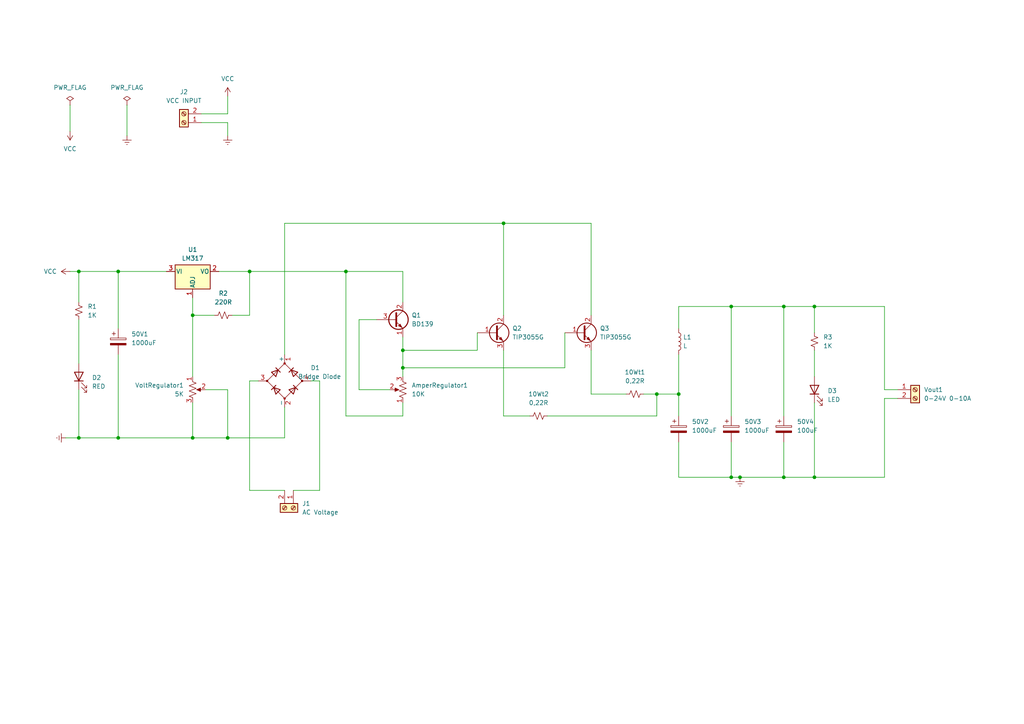
<source format=kicad_sch>
(kicad_sch (version 20230121) (generator eeschema)
  (paper "A4")
  (title_block (title "0-10A 0-24V Constant Output Module ") (date "10.09.2023") (rev "1.0") (company "by Muxtar_Safarov"))
  (lib_symbols
    (symbol "Connector:Screw_Terminal_01x02" (pin_names (offset 1.016) hide)
      (property "Reference" "J" (at 0 2.54 0))
      (property "Value" "Screw_Terminal_01x02" (at 0 -5.08 0))
      (symbol "Screw_Terminal_01x02_1_1"
        (rectangle (start -1.27 1.27) (end 1.27 -3.81) (stroke (width 0.254)) (fill (type background)))
        (circle (center 0 -2.54) (radius 0.635) (stroke (width 0.1524)))
        (polyline (pts (xy -0.5334 -2.2098) (xy 0.3302 -3.048)) (stroke (width 0.1524)))
        (polyline (pts (xy -0.5334 0.3302) (xy 0.3302 -0.508)) (stroke (width 0.1524)))
        (polyline (pts (xy -0.3556 -2.032) (xy 0.508 -2.8702)) (stroke (width 0.1524)))
        (polyline (pts (xy -0.3556 0.508) (xy 0.508 -0.3302)) (stroke (width 0.1524)))
        (circle (center 0 0) (radius 0.635) (stroke (width 0.1524)))
        (pin passive line (at -5.08 0 0) (length 3.81) (name "Pin_1") (number "1"))
        (pin passive line (at -5.08 -2.54 0) (length 3.81) (name "Pin_2") (number "2"))
      )
    )
    (symbol "Device:C_Polarized" (pin_numbers hide) (pin_names (offset 0.254))
      (property "Reference" "C" (at 0.635 2.54 0))
      (property "Value" "C_Polarized" (at 0.635 -2.54 0))
      (symbol "C_Polarized_0_1"
        (rectangle (start -2.286 0.508) (end 2.286 1.016))
        (polyline (pts (xy -1.778 2.286) (xy -0.762 2.286)))
        (polyline (pts (xy -1.27 2.794) (xy -1.27 1.778)))
        (rectangle (start 2.286 -0.508) (end -2.286 -1.016) (fill (type outline)))
      )
      (symbol "C_Polarized_1_1"
        (pin passive line (at 0 3.81 270) (length 2.794) (name "~") (number "1"))
        (pin passive line (at 0 -3.81 90) (length 2.794) (name "~") (number "2"))
      )
    )
    (symbol "Device:D_Bridge_+-AA" (pin_names (offset 0))
      (property "Reference" "D" (at 2.54 6.985 0))
      (property "Value" "D_Bridge_+-AA" (at 2.54 5.08 0))
      (symbol "D_Bridge_+-AA_0_1"
        (circle (center -5.08 0) (radius 0.254) (fill (type outline)))
        (circle (center 0 -5.08) (radius 0.254) (fill (type outline)))
        (polyline (pts (xy -2.54 3.81) (xy -1.27 2.54)) (stroke (width 0.254)))
        (polyline (pts (xy -1.27 -2.54) (xy -2.54 -3.81)) (stroke (width 0.254)))
        (polyline (pts (xy 2.54 -1.27) (xy 3.81 -2.54)) (stroke (width 0.254)))
        (polyline (pts (xy 2.54 1.27) (xy 3.81 2.54)) (stroke (width 0.254)))
        (polyline (pts (xy -3.81 2.54) (xy -2.54 1.27) (xy -1.905 3.175) (xy -3.81 2.54)) (stroke (width 0.254)))
        (polyline (pts (xy -2.54 -1.27) (xy -3.81 -2.54) (xy -1.905 -3.175) (xy -2.54 -1.27)) (stroke (width 0.254)))
        (polyline (pts (xy 1.27 2.54) (xy 2.54 3.81) (xy 3.175 1.905) (xy 1.27 2.54)) (stroke (width 0.254)))
        (polyline (pts (xy 3.175 -1.905) (xy 1.27 -2.54) (xy 2.54 -3.81) (xy 3.175 -1.905)) (stroke (width 0.254)))
        (polyline (pts (xy -5.08 0) (xy 0 -5.08) (xy 5.08 0) (xy 0 5.08) (xy -5.08 0)))
        (circle (center 0 5.08) (radius 0.254) (fill (type outline)))
        (circle (center 5.08 0) (radius 0.254) (fill (type outline)))
      )
      (symbol "D_Bridge_+-AA_1_1"
        (pin passive line (at 7.62 0 180) (length 2.54) (name "+") (number "1"))
        (pin passive line (at -7.62 0 0) (length 2.54) (name "-") (number "2"))
        (pin passive line (at 0 7.62 270) (length 2.54) (name "~") (number "3"))
        (pin passive line (at 0 -7.62 90) (length 2.54) (name "~") (number "4"))
      )
    )
    (symbol "Device:L" (pin_numbers hide) (pin_names (offset 1.016) hide)
      (property "Reference" "L" (at -1.27 0 90))
      (property "Value" "L" (at 1.905 0 90))
      (symbol "L_0_1"
        (arc (start 0 -2.54) (mid 0.6323 -1.905) (end 0 -1.27))
        (arc (start 0 -1.27) (mid 0.6323 -0.635) (end 0 0))
        (arc (start 0 0) (mid 0.6323 0.635) (end 0 1.27))
        (arc (start 0 1.27) (mid 0.6323 1.905) (end 0 2.54))
      )
      (symbol "L_1_1"
        (pin passive line (at 0 3.81 270) (length 1.27) (name "1") (number "1"))
        (pin passive line (at 0 -3.81 90) (length 1.27) (name "2") (number "2"))
      )
    )
    (symbol "Device:LED" (pin_numbers hide) (pin_names (offset 1.016) hide)
      (property "Reference" "D" (at 0 2.54 0))
      (property "Value" "LED" (at 0 -2.54 0))
      (symbol "LED_0_1"
        (polyline (pts (xy -1.27 -1.27) (xy -1.27 1.27)) (stroke (width 0.254)))
        (polyline (pts (xy -1.27 0) (xy 1.27 0)))
        (polyline (pts (xy 1.27 -1.27) (xy 1.27 1.27) (xy -1.27 0) (xy 1.27 -1.27)) (stroke (width 0.254)))
        (polyline (pts (xy -3.048 -0.762) (xy -4.572 -2.286) (xy -3.81 -2.286) (xy -4.572 -2.286) (xy -4.572 -1.524)))
        (polyline (pts (xy -1.778 -0.762) (xy -3.302 -2.286) (xy -2.54 -2.286) (xy -3.302 -2.286) (xy -3.302 -1.524)))
      )
      (symbol "LED_1_1"
        (pin passive line (at -3.81 0 0) (length 2.54) (name "K") (number "1"))
        (pin passive line (at 3.81 0 180) (length 2.54) (name "A") (number "2"))
      )
    )
    (symbol "Device:R_Potentiometer_US" (pin_names (offset 1.016) hide)
      (property "Reference" "RV" (at -4.445 0 90))
      (property "Value" "R_Potentiometer_US" (at -2.54 0 90))
      (symbol "R_Potentiometer_US_0_1"
        (polyline (pts (xy 0 -2.286) (xy 0 -2.54)))
        (polyline (pts (xy 0 2.54) (xy 0 2.286)))
        (polyline (pts (xy 2.54 0) (xy 1.524 0)))
        (polyline (pts (xy 1.143 0) (xy 2.286 0.508) (xy 2.286 -0.508) (xy 1.143 0)) (fill (type outline)))
        (polyline (pts (xy 0 -0.762) (xy 1.016 -1.143) (xy 0 -1.524) (xy -1.016 -1.905) (xy 0 -2.286)))
        (polyline (pts (xy 0 0.762) (xy 1.016 0.381) (xy 0 0) (xy -1.016 -0.381) (xy 0 -0.762)))
        (polyline (pts (xy 0 2.286) (xy 1.016 1.905) (xy 0 1.524) (xy -1.016 1.143) (xy 0 0.762)))
      )
      (symbol "R_Potentiometer_US_1_1"
        (pin passive line (at 0 3.81 270) (length 1.27) (name "1") (number "1"))
        (pin passive line (at 3.81 0 180) (length 1.27) (name "2") (number "2"))
        (pin passive line (at 0 -3.81 90) (length 1.27) (name "3") (number "3"))
      )
    )
    (symbol "Device:R_Small_US" (pin_numbers hide) (pin_names (offset 0.254) hide)
      (property "Reference" "R" (at 0.762 0.508 0))
      (property "Value" "R_Small_US" (at 0.762 -1.016 0))
      (symbol "R_Small_US_1_1"
        (polyline (pts (xy 0 0) (xy 1.016 -0.381) (xy 0 -0.762) (xy -1.016 -1.143) (xy 0 -1.524)))
        (polyline (pts (xy 0 1.524) (xy 1.016 1.143) (xy 0 0.762) (xy -1.016 0.381) (xy 0 0)))
        (pin passive line (at 0 2.54 270) (length 1.016) (name "~") (number "1"))
        (pin passive line (at 0 -2.54 90) (length 1.016) (name "~") (number "2"))
      )
    )
    (symbol "Regulator_Linear:LM317_TO-220" (pin_names (offset 0.254))
      (property "Reference" "U" (at -3.81 3.175 0))
      (property "Value" "LM317_TO-220" (at 0 3.175 0))
      (symbol "LM317_TO-220_0_1"
        (rectangle (start -5.08 1.905) (end 5.08 -5.08) (stroke (width 0.254)) (fill (type background)))
      )
      (symbol "LM317_TO-220_1_1"
        (pin input line (at 0 -7.62 90) (length 2.54) (name "ADJ") (number "1"))
        (pin power_out line (at 7.62 0 180) (length 2.54) (name "VO") (number "2"))
        (pin power_in line (at -7.62 0 0) (length 2.54) (name "VI") (number "3"))
      )
    )
    (symbol "Transistor_BJT:BD139" (pin_names (offset 0) hide)
      (property "Reference" "Q" (at 5.08 1.905 0))
      (property "Value" "BD139" (at 5.08 0 0))
      (symbol "BD139_0_1"
        (polyline (pts (xy 0 0) (xy 0.635 0)))
        (polyline (pts (xy 2.54 -2.54) (xy 0.635 -0.635)))
        (polyline (pts (xy 2.54 2.54) (xy 0.635 0.635)))
        (polyline (pts (xy 0.635 1.905) (xy 0.635 -1.905) (xy 0.635 -1.905)) (stroke (width 0.508)) (fill (type outline)))
        (polyline (pts (xy 1.2446 -1.778) (xy 1.7526 -1.27) (xy 2.286 -2.286) (xy 1.2446 -1.778) (xy 1.2446 -1.778)) (fill (type outline)))
        (circle (center 1.27 0) (radius 2.8194) (stroke (width 0.3048)))
      )
      (symbol "BD139_1_1"
        (pin passive line (at 2.54 -5.08 90) (length 2.54) (name "E") (number "1"))
        (pin passive line (at 2.54 5.08 270) (length 2.54) (name "C") (number "2"))
        (pin input line (at -5.08 0 0) (length 5.08) (name "B") (number "3"))
      )
    )
    (symbol "Transistor_BJT:TIP3055G" (pin_names (offset 0) hide)
      (property "Reference" "Q" (at 5.08 1.905 0))
      (property "Value" "TIP3055G" (at 5.08 0 0))
      (symbol "TIP3055G_0_1"
        (polyline (pts (xy 0.635 0.635) (xy 2.54 2.54)))
        (polyline (pts (xy 0.635 -0.635) (xy 2.54 -2.54) (xy 2.54 -2.54)))
        (polyline (pts (xy 0.635 1.905) (xy 0.635 -1.905) (xy 0.635 -1.905)) (stroke (width 0.508)))
        (polyline (pts (xy 1.27 -1.778) (xy 1.778 -1.27) (xy 2.286 -2.286) (xy 1.27 -1.778) (xy 1.27 -1.778)) (fill (type outline)))
        (circle (center 1.27 0) (radius 2.8194) (stroke (width 0.254)))
      )
      (symbol "TIP3055G_1_1"
        (pin input line (at -5.08 0 0) (length 5.715) (name "B") (number "1"))
        (pin passive line (at 2.54 5.08 270) (length 2.54) (name "C") (number "2"))
        (pin passive line (at 2.54 -5.08 90) (length 2.54) (name "E") (number "3"))
      )
    )
    (symbol "power:Earth" (power) (pin_names (offset 0))
      (symbol "Earth_0_1"
        (polyline (pts (xy -0.635 -1.905) (xy 0.635 -1.905)))
        (polyline (pts (xy -0.127 -2.54) (xy 0.127 -2.54)))
        (polyline (pts (xy 0 -1.27) (xy 0 0)))
        (polyline (pts (xy 1.27 -1.27) (xy -1.27 -1.27)))
      )
      (symbol "Earth_1_1"
        (pin power_in line (at 0 0 270) (length 0) hide (name "Earth") (number "1"))
      )
    )
    (symbol "power:PWR_FLAG" (power) (pin_numbers hide) (pin_names (offset 0) hide)
      (property "Value" "PWR_FLAG" (at 0 3.81 0))
      (symbol "PWR_FLAG_0_0"
        (pin power_out line (at 0 0 90) (length 0) (name "pwr") (number "1"))
      )
      (symbol "PWR_FLAG_0_1"
        (polyline (pts (xy 0 0) (xy 0 1.27) (xy -1.016 1.905) (xy 0 2.54) (xy 1.016 1.905) (xy 0 1.27)))
      )
    )
    (symbol "power:VCC" (power) (pin_names (offset 0))
      (property "Value" "VCC" (at 0 3.81 0))
      (symbol "VCC_0_1"
        (polyline (pts (xy -0.762 1.27) (xy 0 2.54)))
        (polyline (pts (xy 0 0) (xy 0 2.54)))
        (polyline (pts (xy 0 2.54) (xy 0.762 1.27)))
      )
      (symbol "VCC_1_1"
        (pin power_in line (at 0 0 90) (length 0) hide (name "VCC") (number "1"))
      )
    )
  )
  (junction (at 196.85 114.3))
  (junction (at 212.09 138.43))
  (junction (at 236.22 88.9))
  (junction (at 116.84 101.6))
  (junction (at 55.88 127))
  (junction (at 227.33 88.9))
  (junction (at 22.86 127))
  (junction (at 146.05 64.77))
  (junction (at 55.88 91.44))
  (junction (at 116.84 106.68))
  (junction (at 34.29 78.74))
  (junction (at 66.04 127))
  (junction (at 212.09 88.9))
  (junction (at 100.33 78.74))
  (junction (at 72.39 78.74))
  (junction (at 34.29 127))
  (junction (at 190.5 114.3))
  (junction (at 214.63 138.43))
  (junction (at 236.22 138.43))
  (junction (at 227.33 138.43))
  (junction (at 22.86 78.74))
  (wire (pts (xy 227.33 88.9) (xy 236.22 88.9)))
  (wire (pts (xy 196.85 114.3) (xy 196.85 120.65)))
  (wire (pts (xy 58.42 35.56) (xy 66.04 35.56)))
  (wire (pts (xy 22.86 113.03) (xy 22.86 127)))
  (wire (pts (xy 55.88 91.44) (xy 55.88 86.36)))
  (wire (pts (xy 34.29 78.74) (xy 34.29 95.25)))
  (wire (pts (xy 22.86 78.74) (xy 22.86 87.63)))
  (wire (pts (xy 55.88 116.84) (xy 55.88 127)))
  (wire (pts (xy 116.84 120.65) (xy 100.33 120.65)))
  (wire (pts (xy 34.29 127) (xy 22.86 127)))
  (wire (pts (xy 116.84 101.6) (xy 138.43 101.6)))
  (wire (pts (xy 236.22 116.84) (xy 236.22 138.43)))
  (wire (pts (xy 55.88 91.44) (xy 62.23 91.44)))
  (wire (pts (xy 66.04 113.03) (xy 66.04 127)))
  (wire (pts (xy 90.17 110.49) (xy 92.71 110.49)))
  (wire (pts (xy 20.32 78.74) (xy 22.86 78.74)))
  (wire (pts (xy 146.05 101.6) (xy 146.05 120.65)))
  (wire (pts (xy 92.71 110.49) (xy 92.71 142.24)))
  (wire (pts (xy 146.05 64.77) (xy 146.05 91.44)))
  (wire (pts (xy 116.84 87.63) (xy 116.84 78.74)))
  (wire (pts (xy 171.45 114.3) (xy 181.61 114.3)))
  (wire (pts (xy 92.71 142.24) (xy 85.09 142.24)))
  (wire (pts (xy 36.83 30.48) (xy 36.83 39.37)))
  (wire (pts (xy 212.09 120.65) (xy 212.09 88.9)))
  (wire (pts (xy 72.39 110.49) (xy 72.39 142.24)))
  (wire (pts (xy 260.35 113.03) (xy 256.54 113.03)))
  (wire (pts (xy 116.84 109.22) (xy 116.84 106.68)))
  (wire (pts (xy 196.85 88.9) (xy 212.09 88.9)))
  (wire (pts (xy 63.5 78.74) (xy 72.39 78.74)))
  (wire (pts (xy 146.05 120.65) (xy 153.67 120.65)))
  (wire (pts (xy 196.85 114.3) (xy 190.5 114.3)))
  (wire (pts (xy 116.84 101.6) (xy 116.84 97.79)))
  (wire (pts (xy 22.86 92.71) (xy 22.86 105.41)))
  (wire (pts (xy 212.09 128.27) (xy 212.09 138.43)))
  (wire (pts (xy 55.88 109.22) (xy 55.88 91.44)))
  (wire (pts (xy 158.75 120.65) (xy 190.5 120.65)))
  (wire (pts (xy 72.39 142.24) (xy 82.55 142.24)))
  (wire (pts (xy 100.33 78.74) (xy 116.84 78.74)))
  (wire (pts (xy 190.5 114.3) (xy 186.69 114.3)))
  (wire (pts (xy 74.93 110.49) (xy 72.39 110.49)))
  (wire (pts (xy 163.83 106.68) (xy 116.84 106.68)))
  (wire (pts (xy 72.39 78.74) (xy 100.33 78.74)))
  (wire (pts (xy 146.05 64.77) (xy 171.45 64.77)))
  (wire (pts (xy 116.84 106.68) (xy 116.84 101.6)))
  (wire (pts (xy 34.29 78.74) (xy 48.26 78.74)))
  (wire (pts (xy 256.54 113.03) (xy 256.54 88.9)))
  (wire (pts (xy 72.39 91.44) (xy 67.31 91.44)))
  (wire (pts (xy 236.22 138.43) (xy 256.54 138.43)))
  (wire (pts (xy 109.22 92.71) (xy 104.14 92.71)))
  (wire (pts (xy 34.29 102.87) (xy 34.29 127)))
  (wire (pts (xy 190.5 120.65) (xy 190.5 114.3)))
  (wire (pts (xy 260.35 115.57) (xy 256.54 115.57)))
  (wire (pts (xy 34.29 127) (xy 55.88 127)))
  (wire (pts (xy 171.45 101.6) (xy 171.45 114.3)))
  (wire (pts (xy 104.14 113.03) (xy 113.03 113.03)))
  (wire (pts (xy 20.32 30.48) (xy 20.32 38.1)))
  (wire (pts (xy 82.55 64.77) (xy 146.05 64.77)))
  (wire (pts (xy 104.14 92.71) (xy 104.14 113.03)))
  (wire (pts (xy 59.69 113.03) (xy 66.04 113.03)))
  (wire (pts (xy 55.88 127) (xy 66.04 127)))
  (wire (pts (xy 212.09 138.43) (xy 214.63 138.43)))
  (wire (pts (xy 236.22 88.9) (xy 236.22 96.52)))
  (wire (pts (xy 196.85 95.25) (xy 196.85 88.9)))
  (wire (pts (xy 236.22 101.6) (xy 236.22 109.22)))
  (wire (pts (xy 171.45 91.44) (xy 171.45 64.77)))
  (wire (pts (xy 82.55 102.87) (xy 82.55 64.77)))
  (wire (pts (xy 214.63 138.43) (xy 227.33 138.43)))
  (wire (pts (xy 163.83 96.52) (xy 163.83 106.68)))
  (wire (pts (xy 66.04 35.56) (xy 66.04 39.37)))
  (wire (pts (xy 138.43 96.52) (xy 138.43 101.6)))
  (wire (pts (xy 212.09 88.9) (xy 227.33 88.9)))
  (wire (pts (xy 256.54 88.9) (xy 236.22 88.9)))
  (wire (pts (xy 82.55 127) (xy 66.04 127)))
  (wire (pts (xy 100.33 120.65) (xy 100.33 78.74)))
  (wire (pts (xy 22.86 78.74) (xy 34.29 78.74)))
  (wire (pts (xy 227.33 120.65) (xy 227.33 88.9)))
  (wire (pts (xy 196.85 138.43) (xy 212.09 138.43)))
  (wire (pts (xy 22.86 127) (xy 19.05 127)))
  (wire (pts (xy 196.85 128.27) (xy 196.85 138.43)))
  (wire (pts (xy 66.04 27.94) (xy 66.04 33.02)))
  (wire (pts (xy 196.85 102.87) (xy 196.85 114.3)))
  (wire (pts (xy 72.39 78.74) (xy 72.39 91.44)))
  (wire (pts (xy 227.33 138.43) (xy 236.22 138.43)))
  (wire (pts (xy 256.54 115.57) (xy 256.54 138.43)))
  (wire (pts (xy 82.55 118.11) (xy 82.55 127)))
  (wire (pts (xy 116.84 116.84) (xy 116.84 120.65)))
  (wire (pts (xy 227.33 128.27) (xy 227.33 138.43)))
  (wire (pts (xy 58.42 33.02) (xy 66.04 33.02)))
  (symbol (lib_id "Regulator_Linear:LM317_TO-220") (at 55.88 78.74 0) (unit 1)
    (property "Reference" "U1" (at 55.88 72.39 0))
    (property "Value" "LM317" (at 55.88 74.93 0))
    (property "Footprint" "Package_TO_SOT_THT:TO-220-3_Vertical" (effects hide))
    (property "Datasheet" "http://www.ti.com/lit/ds/symlink/lm317.pdf" (effects hide))
  )
  (symbol (lib_id "Device:D_Bridge_+-AA") (at 82.55 110.49 90) (unit 1)
    (property "Reference" "D1" (at 91.44 106.68 90))
    (property "Value" "Bridge Diode" (at 92.71 109.22 90))
    (property "Footprint" "Diode_THT:Diode_Bridge_Vishay_GBL" (effects hide))
  )
  (symbol (lib_id "Transistor_BJT:BD139") (at 114.3 92.71 0) (unit 1)
    (property "Reference" "Q1" (at 119.38 91.44 0) (effects (justify left)))
    (property "Value" "BD139" (at 119.38 93.98 0) (effects (justify left)))
    (property "Footprint" "Package_TO_SOT_THT:TO-126-3_Vertical" (effects hide))
    (property "Datasheet" "http://www.st.com/internet/com/TECHNICAL_RESOURCES/TECHNICAL_LITERATURE/DATASHEET/CD00001225.pdf" (effects hide))
  )
  (symbol (lib_id "Device:C_Polarized") (at 34.29 99.06 0) (unit 1)
    (property "Reference" "50V1" (at 38.1 96.901 0) (effects (justify left)))
    (property "Value" "1000uF" (at 38.1 99.441 0) (effects (justify left)))
    (property "Footprint" "Capacitor_THT:CP_Radial_D16.0mm_P7.50mm" (effects hide))
  )
  (symbol (lib_id "Device:R_Small_US") (at 22.86 90.17 0) (unit 1)
    (property "Reference" "R1" (at 25.4 88.9 0) (effects (justify left)))
    (property "Value" "1K" (at 25.4 91.44 0) (effects (justify left)))
    (property "Footprint" "Resistor_THT:R_Axial_DIN0309_L9.0mm_D3.2mm_P12.70mm_Horizontal" (effects hide))
  )
  (symbol (lib_id "Device:L") (at 196.85 99.06 0) (unit 1)
    (property "Reference" "L1" (at 198.12 97.79 0) (effects (justify left)))
    (property "Value" "L" (at 198.12 100.33 0) (effects (justify left)))
    (property "Footprint" "Inductor_THT:L_Toroid_Horizontal_D16.8mm_P14.70mm_Vishay_TJ3_BigPads" (effects hide))
  )
  (symbol (lib_id "Device:R_Small_US") (at 156.21 120.65 90) (unit 1)
    (property "Reference" "10Wt2" (at 156.21 114.3 90))
    (property "Value" "0,22R" (at 156.21 116.84 90))
    (property "Footprint" "Resistor_THT:R_Axial_Power_L20.0mm_W6.4mm_P30.48mm" (effects hide))
  )
  (symbol (lib_id "power:VCC") (at 20.32 38.1 180) (unit 1)
    (property "Reference" "#PWR04" (effects hide))
    (property "Value" "VCC" (at 20.32 43.18 0))
  )
  (symbol (lib_id "Device:C_Polarized") (at 196.85 124.46 0) (unit 1)
    (property "Reference" "50V2" (at 200.66 122.301 0) (effects (justify left)))
    (property "Value" "1000uF" (at 200.66 124.841 0) (effects (justify left)))
    (property "Footprint" "Capacitor_THT:CP_Radial_D16.0mm_P7.50mm" (effects hide))
  )
  (symbol (lib_id "power:VCC") (at 66.04 27.94 0) (unit 1)
    (property "Reference" "#PWR06" (effects hide))
    (property "Value" "VCC" (at 66.04 22.86 0))
  )
  (symbol (lib_id "power:Earth") (at 36.83 39.37 0) (unit 1)
    (property "Reference" "#PWR05" (effects hide))
    (property "Value" "Earth" (effects hide))
  )
  (symbol (lib_id "Connector:Screw_Terminal_01x02") (at 85.09 147.32 270) (unit 1)
    (property "Reference" "J1" (at 87.63 146.05 90) (effects (justify left)))
    (property "Value" "AC Voltage" (at 87.63 148.59 90) (effects (justify left)))
    (property "Footprint" "TerminalBlock:TerminalBlock_bornier-2_P5.08mm" (effects hide))
  )
  (symbol (lib_id "Device:R_Small_US") (at 236.22 99.06 0) (unit 1)
    (property "Reference" "R3" (at 238.76 97.79 0) (effects (justify left)))
    (property "Value" "1K" (at 238.76 100.33 0) (effects (justify left)))
    (property "Footprint" "Resistor_THT:R_Axial_DIN0309_L9.0mm_D3.2mm_P12.70mm_Horizontal" (effects hide))
  )
  (symbol (lib_id "power:PWR_FLAG") (at 36.83 30.48 0) (unit 1)
    (property "Reference" "#FLG02" (effects hide))
    (property "Value" "PWR_FLAG" (at 36.83 25.4 0))
  )
  (symbol (lib_id "power:Earth") (at 66.04 39.37 0) (unit 1)
    (property "Reference" "#PWR07" (effects hide))
    (property "Value" "Earth" (effects hide))
  )
  (symbol (lib_id "power:PWR_FLAG") (at 20.32 30.48 0) (unit 1)
    (property "Reference" "#FLG01" (effects hide))
    (property "Value" "PWR_FLAG" (at 20.32 25.4 0))
  )
  (symbol (lib_id "Transistor_BJT:TIP3055G") (at 143.51 96.52 0) (unit 1)
    (property "Reference" "Q2" (at 148.59 95.25 0) (effects (justify left)))
    (property "Value" "TIP3055G" (at 148.59 97.79 0) (effects (justify left)))
    (property "Footprint" "Package_TO_SOT_THT:TO-247-3_Vertical" (effects hide))
    (property "Datasheet" "http://www.onsemi.com/pub_link/Collateral/TIP3055-D.PDF" (effects hide))
  )
  (symbol (lib_id "power:Earth") (at 214.63 138.43 0) (unit 1)
    (property "Reference" "#PWR03" (effects hide))
    (property "Value" "Earth" (effects hide))
  )
  (symbol (lib_id "Device:LED") (at 236.22 113.03 90) (unit 1)
    (property "Reference" "D3" (at 240.03 113.3475 90) (effects (justify right)))
    (property "Value" "LED" (at 240.03 115.8875 90) (effects (justify right)))
    (property "Footprint" "LED_THT:LED_D5.0mm" (effects hide))
  )
  (symbol (lib_id "Connector:Screw_Terminal_01x02") (at 265.43 113.03 0) (unit 1)
    (property "Reference" "Vout1" (at 267.97 113.03 0) (effects (justify left)))
    (property "Value" "0-24V 0-10A " (at 267.97 115.57 0) (effects (justify left)))
    (property "Footprint" "TerminalBlock:TerminalBlock_bornier-2_P5.08mm" (effects hide))
  )
  (symbol (lib_id "Device:R_Small_US") (at 64.77 91.44 90) (unit 1)
    (property "Reference" "R2" (at 64.77 85.09 90))
    (property "Value" "220R" (at 64.77 87.63 90))
    (property "Footprint" "Resistor_THT:R_Axial_DIN0309_L9.0mm_D3.2mm_P12.70mm_Horizontal" (effects hide))
  )
  (symbol (lib_id "Device:R_Potentiometer_US") (at 116.84 113.03 180) (unit 1)
    (property "Reference" "AmperRegulator1" (at 119.38 111.76 0) (effects (justify right)))
    (property "Value" "10K" (at 119.38 114.3 0) (effects (justify right)))
    (property "Footprint" "Potentiometer_THT:Potentiometer_Vishay_148-149_Single_Horizontal" (effects hide))
  )
  (symbol (lib_id "power:VCC") (at 20.32 78.74 90) (unit 1)
    (property "Reference" "#PWR01" (effects hide))
    (property "Value" "VCC" (at 16.51 78.74 90) (effects (justify left)))
  )
  (symbol (lib_id "Transistor_BJT:TIP3055G") (at 168.91 96.52 0) (unit 1)
    (property "Reference" "Q3" (at 173.99 95.25 0) (effects (justify left)))
    (property "Value" "TIP3055G" (at 173.99 97.79 0) (effects (justify left)))
    (property "Footprint" "Package_TO_SOT_THT:TO-247-3_Vertical" (effects hide))
    (property "Datasheet" "http://www.onsemi.com/pub_link/Collateral/TIP3055-D.PDF" (effects hide))
  )
  (symbol (lib_id "Device:R_Potentiometer_US") (at 55.88 113.03 0) (unit 1)
    (property "Reference" "VoltRegulator1" (at 53.34 111.76 0) (effects (justify right)))
    (property "Value" "5K" (at 53.34 114.3 0) (effects (justify right)))
    (property "Footprint" "Potentiometer_THT:Potentiometer_Vishay_148-149_Single_Horizontal" (effects hide))
  )
  (symbol (lib_id "Device:R_Small_US") (at 184.15 114.3 90) (unit 1)
    (property "Reference" "10Wt1" (at 184.15 107.95 90))
    (property "Value" "0,22R" (at 184.15 110.49 90))
    (property "Footprint" "Resistor_THT:R_Axial_Power_L20.0mm_W6.4mm_P30.48mm" (effects hide))
  )
  (symbol (lib_id "Device:C_Polarized") (at 212.09 124.46 0) (unit 1)
    (property "Reference" "50V3" (at 215.9 122.301 0) (effects (justify left)))
    (property "Value" "1000uF" (at 215.9 124.841 0) (effects (justify left)))
    (property "Footprint" "Capacitor_THT:CP_Radial_D16.0mm_P7.50mm" (effects hide))
  )
  (symbol (lib_id "Connector:Screw_Terminal_01x02") (at 53.34 35.56 180) (unit 1)
    (property "Reference" "J2" (at 53.34 26.67 0))
    (property "Value" "VCC INPUT" (at 53.34 29.21 0))
    (property "Footprint" "TerminalBlock:TerminalBlock_bornier-2_P5.08mm" (effects hide))
  )
  (symbol (lib_id "Device:LED") (at 22.86 109.22 90) (unit 1)
    (property "Reference" "D2" (at 26.67 109.5375 90) (effects (justify right)))
    (property "Value" "RED" (at 26.67 112.0775 90) (effects (justify right)))
    (property "Footprint" "LED_THT:LED_D5.0mm" (effects hide))
  )
  (symbol (lib_id "Device:C_Polarized") (at 227.33 124.46 0) (unit 1)
    (property "Reference" "50V4" (at 231.14 122.301 0) (effects (justify left)))
    (property "Value" "100uF" (at 231.14 124.841 0) (effects (justify left)))
    (property "Footprint" "Capacitor_THT:CP_Radial_D10.0mm_P7.50mm" (effects hide))
  )
  (symbol (lib_id "power:Earth") (at 19.05 127 270) (unit 1)
    (property "Reference" "#PWR02" (effects hide))
    (property "Value" "Earth" (effects hide))
  )
)
</source>
